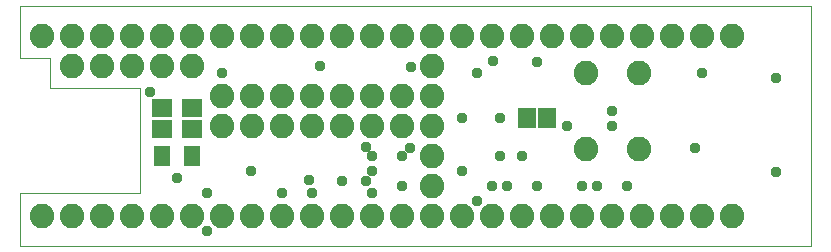
<source format=gbs>
G75*
G70*
%OFA0B0*%
%FSLAX24Y24*%
%IPPOS*%
%LPD*%
%AMOC8*
5,1,8,0,0,1.08239X$1,22.5*
%
%ADD10C,0.0000*%
%ADD11C,0.0820*%
%ADD12R,0.0671X0.0592*%
%ADD13R,0.0580X0.0330*%
%ADD14R,0.0592X0.0671*%
%ADD15OC8,0.0350*%
D10*
X000300Y002393D02*
X000300Y004143D01*
X004050Y004143D01*
X004300Y004143D01*
X004300Y007643D01*
X002050Y007643D01*
X001300Y007643D01*
X001300Y008643D01*
X000300Y008643D01*
X000300Y010389D01*
X000300Y010393D01*
X000300Y010389D02*
X026678Y010389D01*
X026678Y002393D01*
X000300Y002393D01*
D11*
X001050Y003393D03*
X002050Y003393D03*
X003050Y003393D03*
X004050Y003393D03*
X005050Y003393D03*
X006050Y003393D03*
X007050Y003393D03*
X008050Y003393D03*
X009050Y003393D03*
X010050Y003393D03*
X011050Y003393D03*
X012050Y003393D03*
X013050Y003393D03*
X014050Y003393D03*
X015050Y003393D03*
X016050Y003393D03*
X017050Y003393D03*
X018050Y003393D03*
X019050Y003393D03*
X020050Y003393D03*
X021050Y003393D03*
X022050Y003393D03*
X023050Y003393D03*
X024050Y003393D03*
X020940Y005613D03*
X019160Y005613D03*
X014050Y005393D03*
X014050Y006393D03*
X013050Y006393D03*
X012050Y006393D03*
X011050Y006393D03*
X010050Y006393D03*
X009050Y006393D03*
X008050Y006393D03*
X007050Y006393D03*
X007050Y007393D03*
X008050Y007393D03*
X009050Y007393D03*
X010050Y007393D03*
X011050Y007393D03*
X012050Y007393D03*
X013050Y007393D03*
X014050Y007393D03*
X014050Y008393D03*
X014050Y009393D03*
X015050Y009393D03*
X016050Y009393D03*
X017050Y009393D03*
X018050Y009393D03*
X019050Y009393D03*
X020050Y009393D03*
X021050Y009393D03*
X022050Y009393D03*
X023050Y009393D03*
X024050Y009393D03*
X020940Y008173D03*
X019160Y008173D03*
X013050Y009393D03*
X012050Y009393D03*
X011050Y009393D03*
X010050Y009393D03*
X009050Y009393D03*
X008050Y009393D03*
X007050Y009393D03*
X006050Y009393D03*
X005050Y009393D03*
X004050Y009393D03*
X003050Y009393D03*
X002050Y009393D03*
X001050Y009393D03*
X002050Y008393D03*
X003050Y008393D03*
X004050Y008393D03*
X005050Y008393D03*
X006050Y008393D03*
X014050Y004393D03*
D12*
X006050Y006309D03*
X005050Y006309D03*
X005050Y006978D03*
X006050Y006978D03*
D13*
X006050Y005570D03*
X006050Y005216D03*
X005050Y005216D03*
X005050Y005570D03*
D14*
X017215Y006643D03*
X017885Y006643D03*
D15*
X018550Y006393D03*
X020050Y006393D03*
X020050Y006893D03*
X022800Y005643D03*
X020550Y004393D03*
X019550Y004393D03*
X019050Y004393D03*
X017550Y004393D03*
X016550Y004393D03*
X016050Y004393D03*
X015550Y003893D03*
X015050Y004893D03*
X016300Y005393D03*
X017050Y005393D03*
X016300Y006643D03*
X015050Y006643D03*
X013320Y005663D03*
X013050Y005393D03*
X012050Y005393D03*
X011830Y005703D03*
X012050Y004893D03*
X011850Y004543D03*
X011050Y004543D03*
X012050Y004143D03*
X013040Y004393D03*
X010050Y004143D03*
X009050Y004143D03*
X009950Y004593D03*
X008020Y004903D03*
X006550Y004143D03*
X005550Y004643D03*
X006550Y002893D03*
X004640Y007513D03*
X007050Y008143D03*
X010300Y008393D03*
X013330Y008363D03*
X015550Y008143D03*
X016080Y008543D03*
X017540Y008523D03*
X023050Y008143D03*
X025510Y007993D03*
X025500Y004853D03*
M02*

</source>
